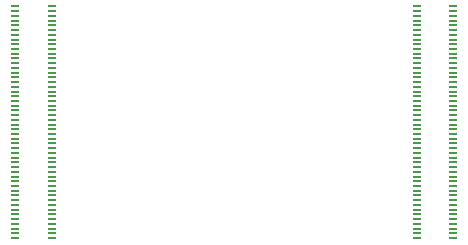
<source format=gbr>
%TF.GenerationSoftware,KiCad,Pcbnew,8.0.7*%
%TF.CreationDate,2024-12-14T14:48:29+01:00*%
%TF.ProjectId,CM5_CB,434d355f-4342-42e6-9b69-6361645f7063,rev?*%
%TF.SameCoordinates,Original*%
%TF.FileFunction,Paste,Bot*%
%TF.FilePolarity,Positive*%
%FSLAX46Y46*%
G04 Gerber Fmt 4.6, Leading zero omitted, Abs format (unit mm)*
G04 Created by KiCad (PCBNEW 8.0.7) date 2024-12-14 14:48:29*
%MOMM*%
%LPD*%
G01*
G04 APERTURE LIST*
%ADD10R,0.700000X0.200000*%
G04 APERTURE END LIST*
D10*
%TO.C,Module302*%
X95290000Y-46300000D03*
X92210000Y-46300000D03*
X95290000Y-46700000D03*
X92210000Y-46700000D03*
X95290000Y-47100000D03*
X92210000Y-47100000D03*
X95290000Y-47500000D03*
X92210000Y-47500000D03*
X95290000Y-47900000D03*
X92210000Y-47900000D03*
X95290000Y-48300000D03*
X92210000Y-48300000D03*
X95290000Y-48700000D03*
X92210000Y-48700000D03*
X95290000Y-49100000D03*
X92210000Y-49100000D03*
X95290000Y-49500000D03*
X92210000Y-49500000D03*
X95290000Y-49900000D03*
X92210000Y-49900000D03*
X95290000Y-50300000D03*
X92210000Y-50300000D03*
X95290000Y-50700000D03*
X92210000Y-50700000D03*
X95290000Y-51100000D03*
X92210000Y-51100000D03*
X95290000Y-51500000D03*
X92210000Y-51500000D03*
X95290000Y-51900000D03*
X92210000Y-51900000D03*
X95290000Y-52300000D03*
X92210000Y-52300000D03*
X95290000Y-52700000D03*
X92210000Y-52700000D03*
X95290000Y-53100000D03*
X92210000Y-53100000D03*
X95290000Y-53500000D03*
X92210000Y-53500000D03*
X95290000Y-53900000D03*
X92210000Y-53900000D03*
X95290000Y-54300000D03*
X92210000Y-54300000D03*
X95290000Y-54700000D03*
X92210000Y-54700000D03*
X95290000Y-55100000D03*
X92210000Y-55100000D03*
X95290000Y-55500000D03*
X92210000Y-55500000D03*
X95290000Y-55900000D03*
X92210000Y-55900000D03*
X95290000Y-56300000D03*
X92210000Y-56300000D03*
X95290000Y-56700000D03*
X92210000Y-56700000D03*
X95290000Y-57100000D03*
X92210000Y-57100000D03*
X95290000Y-57500000D03*
X92210000Y-57500000D03*
X95290000Y-57900000D03*
X92210000Y-57900000D03*
X95290000Y-58300000D03*
X92210000Y-58300000D03*
X95290000Y-58700000D03*
X92210000Y-58700000D03*
X95290000Y-59100000D03*
X92210000Y-59100000D03*
X95290000Y-59500000D03*
X92210000Y-59500000D03*
X95290000Y-59900000D03*
X92210000Y-59900000D03*
X95290000Y-60300000D03*
X92210000Y-60300000D03*
X95290000Y-60700000D03*
X92210000Y-60700000D03*
X95290000Y-61100000D03*
X92210000Y-61100000D03*
X95290000Y-61500000D03*
X92210000Y-61500000D03*
X95290000Y-61900000D03*
X92210000Y-61900000D03*
X95290000Y-62300000D03*
X92210000Y-62300000D03*
X95290000Y-62700000D03*
X92210000Y-62700000D03*
X95290000Y-63100000D03*
X92210000Y-63100000D03*
X95290000Y-63500000D03*
X92210000Y-63500000D03*
X95290000Y-63900000D03*
X92210000Y-63900000D03*
X95290000Y-64300000D03*
X92210000Y-64300000D03*
X95290000Y-64700000D03*
X92210000Y-64700000D03*
X95290000Y-65100000D03*
X92210000Y-65100000D03*
X95290000Y-65500000D03*
X92210000Y-65500000D03*
X95290000Y-65900000D03*
X92210000Y-65900000D03*
%TD*%
%TO.C,Module301*%
X126210000Y-65900000D03*
X129290000Y-65900000D03*
X126210000Y-65500000D03*
X129290000Y-65500000D03*
X126210000Y-65100000D03*
X129290000Y-65100000D03*
X126210000Y-64700000D03*
X129290000Y-64700000D03*
X126210000Y-64300000D03*
X129290000Y-64300000D03*
X126210000Y-63900000D03*
X129290000Y-63900000D03*
X126210000Y-63500000D03*
X129290000Y-63500000D03*
X126210000Y-63100000D03*
X129290000Y-63100000D03*
X126210000Y-62700000D03*
X129290000Y-62700000D03*
X126210000Y-62300000D03*
X129290000Y-62300000D03*
X126210000Y-61900000D03*
X129290000Y-61900000D03*
X126210000Y-61500000D03*
X129290000Y-61500000D03*
X126210000Y-61100000D03*
X129290000Y-61100000D03*
X126210000Y-60700000D03*
X129290000Y-60700000D03*
X126210000Y-60300000D03*
X129290000Y-60300000D03*
X126210000Y-59900000D03*
X129290000Y-59900000D03*
X126210000Y-59500000D03*
X129290000Y-59500000D03*
X126210000Y-59100000D03*
X129290000Y-59100000D03*
X126210000Y-58700000D03*
X129290000Y-58700000D03*
X126210000Y-58300000D03*
X129290000Y-58300000D03*
X126210000Y-57900000D03*
X129290000Y-57900000D03*
X126210000Y-57500000D03*
X129290000Y-57500000D03*
X126210000Y-57100000D03*
X129290000Y-57100000D03*
X126210000Y-56700000D03*
X129290000Y-56700000D03*
X126210000Y-56300000D03*
X129290000Y-56300000D03*
X126210000Y-55900000D03*
X129290000Y-55900000D03*
X126210000Y-55500000D03*
X129290000Y-55500000D03*
X126210000Y-55100000D03*
X129290000Y-55100000D03*
X126210000Y-54700000D03*
X129290000Y-54700000D03*
X126210000Y-54300000D03*
X129290000Y-54300000D03*
X126210000Y-53900000D03*
X129290000Y-53900000D03*
X126210000Y-53500000D03*
X129290000Y-53500000D03*
X126210000Y-53100000D03*
X129290000Y-53100000D03*
X126210000Y-52700000D03*
X129290000Y-52700000D03*
X126210000Y-52300000D03*
X129290000Y-52300000D03*
X126210000Y-51900000D03*
X129290000Y-51900000D03*
X126210000Y-51500000D03*
X129290000Y-51500000D03*
X126210000Y-51100000D03*
X129290000Y-51100000D03*
X126210000Y-50700000D03*
X129290000Y-50700000D03*
X126210000Y-50300000D03*
X129290000Y-50300000D03*
X126210000Y-49900000D03*
X129290000Y-49900000D03*
X126210000Y-49500000D03*
X129290000Y-49500000D03*
X126210000Y-49100000D03*
X129290000Y-49100000D03*
X126210000Y-48700000D03*
X129290000Y-48700000D03*
X126210000Y-48300000D03*
X129290000Y-48300000D03*
X126210000Y-47900000D03*
X129290000Y-47900000D03*
X126210000Y-47500000D03*
X129290000Y-47500000D03*
X126210000Y-47100000D03*
X129290000Y-47100000D03*
X126210000Y-46700000D03*
X129290000Y-46700000D03*
X126210000Y-46300000D03*
X129290000Y-46300000D03*
%TD*%
M02*

</source>
